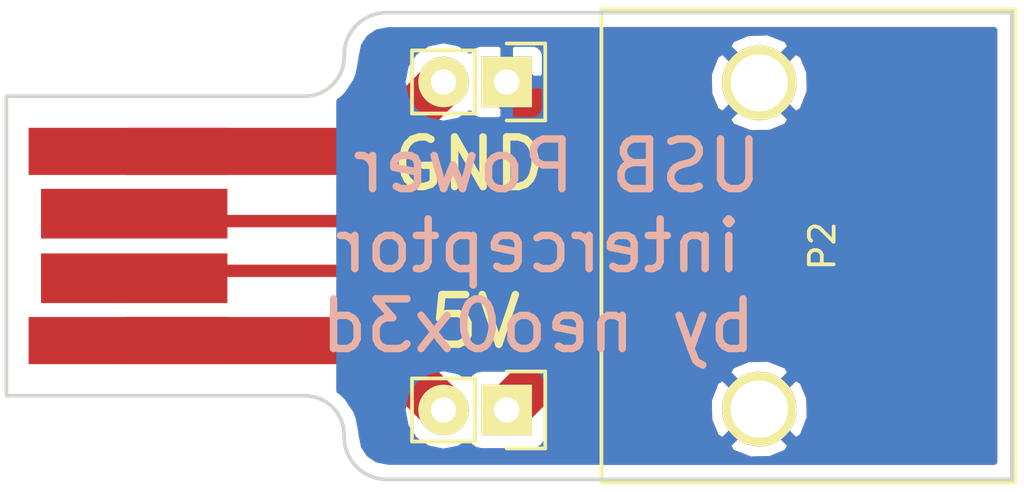
<source format=kicad_pcb>
(kicad_pcb (version 4) (host pcbnew 4.0.2-2.fc24-product)

  (general
    (links 8)
    (no_connects 0)
    (area 159.754 93.181951 201.168001 120.178048)
    (thickness 1.6)
    (drawings 15)
    (tracks 13)
    (zones 0)
    (modules 4)
    (nets 7)
  )

  (page A4)
  (layers
    (0 F.Cu signal)
    (31 B.Cu signal)
    (32 B.Adhes user)
    (33 F.Adhes user)
    (34 B.Paste user)
    (35 F.Paste user)
    (36 B.SilkS user)
    (37 F.SilkS user)
    (38 B.Mask user)
    (39 F.Mask user)
    (40 Dwgs.User user)
    (41 Cmts.User user)
    (42 Eco1.User user)
    (43 Eco2.User user)
    (44 Edge.Cuts user)
    (45 Margin user)
    (46 B.CrtYd user)
    (47 F.CrtYd user)
    (48 B.Fab user)
    (49 F.Fab user)
  )

  (setup
    (last_trace_width 0.25)
    (user_trace_width 0.3)
    (user_trace_width 0.4)
    (user_trace_width 0.5)
    (user_trace_width 1.9)
    (trace_clearance 0.2)
    (zone_clearance 0.508)
    (zone_45_only no)
    (trace_min 0.2)
    (segment_width 0.2)
    (edge_width 0.15)
    (via_size 0.6)
    (via_drill 0.4)
    (via_min_size 0.4)
    (via_min_drill 0.3)
    (uvia_size 0.3)
    (uvia_drill 0.1)
    (uvias_allowed no)
    (uvia_min_size 0.2)
    (uvia_min_drill 0.1)
    (pcb_text_width 0.3)
    (pcb_text_size 1.5 1.5)
    (mod_edge_width 0.15)
    (mod_text_size 1 1)
    (mod_text_width 0.15)
    (pad_size 3 3)
    (pad_drill 2.3)
    (pad_to_mask_clearance 0.2)
    (aux_axis_origin 0 0)
    (visible_elements FFFFFF7F)
    (pcbplotparams
      (layerselection 0x00010_00000000)
      (usegerberextensions false)
      (excludeedgelayer true)
      (linewidth 0.100000)
      (plotframeref false)
      (viasonmask false)
      (mode 1)
      (useauxorigin false)
      (hpglpennumber 1)
      (hpglpenspeed 20)
      (hpglpendiameter 15)
      (hpglpenoverlay 2)
      (psnegative false)
      (psa4output false)
      (plotreference true)
      (plotvalue true)
      (plotinvisibletext false)
      (padsonsilk false)
      (subtractmaskfromsilk false)
      (outputformat 1)
      (mirror false)
      (drillshape 0)
      (scaleselection 1)
      (outputdirectory gerber/))
  )

  (net 0 "")
  (net 1 "Net-(JP1-Pad1)")
  (net 2 "Net-(JP1-Pad2)")
  (net 3 "Net-(JP2-Pad1)")
  (net 4 "Net-(JP2-Pad2)")
  (net 5 "Net-(P1-Pad3)")
  (net 6 "Net-(P1-Pad2)")

  (net_class Default "This is the default net class."
    (clearance 0.2)
    (trace_width 0.25)
    (via_dia 0.6)
    (via_drill 0.4)
    (uvia_dia 0.3)
    (uvia_drill 0.1)
    (add_net "Net-(JP1-Pad1)")
    (add_net "Net-(JP1-Pad2)")
    (add_net "Net-(JP2-Pad1)")
    (add_net "Net-(JP2-Pad2)")
    (add_net "Net-(P1-Pad2)")
    (add_net "Net-(P1-Pad3)")
  )

  (module Pin_Headers:Pin_Header_Straight_1x02 (layer F.Cu) (tedit 569EA5D8) (tstamp 569EA2B0)
    (at 180.34 100.076 270)
    (descr "Through hole pin header")
    (tags "pin header")
    (path /569EA028)
    (fp_text reference GND (at 3.302 1.524 360) (layer F.SilkS)
      (effects (font (size 2 2) (thickness 0.3)))
    )
    (fp_text value Jumper_NO_Small (at 0 -3.1 270) (layer F.Fab) hide
      (effects (font (size 1 1) (thickness 0.15)))
    )
    (fp_line (start 1.27 1.27) (end 1.27 3.81) (layer F.SilkS) (width 0.15))
    (fp_line (start 1.55 -1.55) (end 1.55 0) (layer F.SilkS) (width 0.15))
    (fp_line (start -1.75 -1.75) (end -1.75 4.3) (layer F.CrtYd) (width 0.05))
    (fp_line (start 1.75 -1.75) (end 1.75 4.3) (layer F.CrtYd) (width 0.05))
    (fp_line (start -1.75 -1.75) (end 1.75 -1.75) (layer F.CrtYd) (width 0.05))
    (fp_line (start -1.75 4.3) (end 1.75 4.3) (layer F.CrtYd) (width 0.05))
    (fp_line (start 1.27 1.27) (end -1.27 1.27) (layer F.SilkS) (width 0.15))
    (fp_line (start -1.55 0) (end -1.55 -1.55) (layer F.SilkS) (width 0.15))
    (fp_line (start -1.55 -1.55) (end 1.55 -1.55) (layer F.SilkS) (width 0.15))
    (fp_line (start -1.27 1.27) (end -1.27 3.81) (layer F.SilkS) (width 0.15))
    (fp_line (start -1.27 3.81) (end 1.27 3.81) (layer F.SilkS) (width 0.15))
    (pad 1 thru_hole rect (at 0 0 270) (size 2.032 2.032) (drill 1.016) (layers *.Cu *.Mask F.SilkS)
      (net 1 "Net-(JP1-Pad1)"))
    (pad 2 thru_hole oval (at 0 2.54 270) (size 2.032 2.032) (drill 1.016) (layers *.Cu *.Mask F.SilkS)
      (net 2 "Net-(JP1-Pad2)"))
    (model Pin_Headers.3dshapes/Pin_Header_Straight_1x02.wrl
      (at (xyz 0 -0.05 0))
      (scale (xyz 1 1 1))
      (rotate (xyz 0 0 90))
    )
  )

  (module Pin_Headers:Pin_Header_Straight_1x02 (layer F.Cu) (tedit 569EA5E1) (tstamp 569EA2C1)
    (at 180.34 113.284 270)
    (descr "Through hole pin header")
    (tags "pin header")
    (path /569EA0D6)
    (fp_text reference 5V (at -3.556 1.27 360) (layer F.SilkS)
      (effects (font (size 2 2) (thickness 0.3)))
    )
    (fp_text value Jumper_NO_Small (at 0 -3.1 270) (layer F.Fab) hide
      (effects (font (size 1 1) (thickness 0.15)))
    )
    (fp_line (start 1.27 1.27) (end 1.27 3.81) (layer F.SilkS) (width 0.15))
    (fp_line (start 1.55 -1.55) (end 1.55 0) (layer F.SilkS) (width 0.15))
    (fp_line (start -1.75 -1.75) (end -1.75 4.3) (layer F.CrtYd) (width 0.05))
    (fp_line (start 1.75 -1.75) (end 1.75 4.3) (layer F.CrtYd) (width 0.05))
    (fp_line (start -1.75 -1.75) (end 1.75 -1.75) (layer F.CrtYd) (width 0.05))
    (fp_line (start -1.75 4.3) (end 1.75 4.3) (layer F.CrtYd) (width 0.05))
    (fp_line (start 1.27 1.27) (end -1.27 1.27) (layer F.SilkS) (width 0.15))
    (fp_line (start -1.55 0) (end -1.55 -1.55) (layer F.SilkS) (width 0.15))
    (fp_line (start -1.55 -1.55) (end 1.55 -1.55) (layer F.SilkS) (width 0.15))
    (fp_line (start -1.27 1.27) (end -1.27 3.81) (layer F.SilkS) (width 0.15))
    (fp_line (start -1.27 3.81) (end 1.27 3.81) (layer F.SilkS) (width 0.15))
    (pad 1 thru_hole rect (at 0 0 270) (size 2.032 2.032) (drill 1.016) (layers *.Cu *.Mask F.SilkS)
      (net 3 "Net-(JP2-Pad1)"))
    (pad 2 thru_hole oval (at 0 2.54 270) (size 2.032 2.032) (drill 1.016) (layers *.Cu *.Mask F.SilkS)
      (net 4 "Net-(JP2-Pad2)"))
    (model Pin_Headers.3dshapes/Pin_Header_Straight_1x02.wrl
      (at (xyz 0 -0.05 0))
      (scale (xyz 1 1 1))
      (rotate (xyz 0 0 90))
    )
  )

  (module lib:usb_pcb_in (layer F.Cu) (tedit 568C5812) (tstamp 569EA2CC)
    (at 160.204 106.68 270)
    (path /569E9EC2)
    (attr virtual)
    (fp_text reference P1 (at 0.13 -7.85 270) (layer F.SilkS) hide
      (effects (font (size 1.5 1.5) (thickness 0.15)))
    )
    (fp_text value USB_A (at 0.29 -10.13 270) (layer F.SilkS) hide
      (effects (font (size 1.5 1.5) (thickness 0.15)))
    )
    (fp_line (start 6.03 0) (end 6.03 -12) (layer Dwgs.User) (width 0.15))
    (fp_line (start 6.03 0) (end -6.03 0) (layer Dwgs.User) (width 0.15))
    (fp_line (start -6.03 0) (end -6.03 -12) (layer Dwgs.User) (width 0.15))
    (pad 1 connect rect (at 3.81 -4.9 270) (size 1.9 8) (layers F.Cu F.Mask)
      (net 4 "Net-(JP2-Pad2)"))
    (pad 4 connect rect (at -3.81 -4.9 270) (size 1.9 8) (layers F.Cu F.Mask)
      (net 2 "Net-(JP1-Pad2)"))
    (pad 3 connect rect (at -1.3 -5.15 270) (size 2 7.5) (layers F.Cu F.Mask)
      (net 5 "Net-(P1-Pad3)"))
    (pad 2 connect rect (at 1.3 -5.15 270) (size 2 7.5) (layers F.Cu F.Mask)
      (net 6 "Net-(P1-Pad2)"))
  )

  (module lib:usb_smd_tht_combo (layer F.Cu) (tedit 569EA583) (tstamp 569EA2DA)
    (at 190.5 106.68 90)
    (path /569E9F45)
    (fp_text reference P2 (at 0 2.54 90) (layer F.SilkS)
      (effects (font (size 1 1) (thickness 0.15)))
    )
    (fp_text value USB_A (at 0 6.985 90) (layer F.Fab) hide
      (effects (font (size 1 1) (thickness 0.15)))
    )
    (fp_line (start -9.525 -6.35) (end -9.525 10.28) (layer F.SilkS) (width 0.15))
    (fp_line (start 9.525 -6.35) (end -9.525 -6.35) (layer F.SilkS) (width 0.15))
    (fp_line (start 9.525 10.28) (end 9.525 -6.35) (layer F.SilkS) (width 0.15))
    (fp_line (start -9.525 10.28) (end 9.525 10.28) (layer F.SilkS) (width 0.15))
    (pad 5 thru_hole circle (at -6.57 0 90) (size 3 3) (drill 2.3) (layers *.Cu *.Mask F.SilkS)
      (net 1 "Net-(JP1-Pad1)"))
    (pad 6 thru_hole circle (at 6.57 0 90) (size 3 3) (drill 2.3) (layers *.Cu *.Mask F.SilkS)
      (net 1 "Net-(JP1-Pad1)"))
    (pad 1 smd rect (at -3.5 -3.58 90) (size 1.12 2.88) (layers F.Cu F.Paste F.Mask)
      (net 3 "Net-(JP2-Pad1)"))
    (pad 2 smd rect (at -1 -3.58 90) (size 1.12 2.88) (layers F.Cu F.Paste F.Mask)
      (net 6 "Net-(P1-Pad2)"))
    (pad 3 smd rect (at 1 -3.58 90) (size 1.12 2.88) (layers F.Cu F.Paste F.Mask)
      (net 5 "Net-(P1-Pad3)"))
    (pad 4 smd rect (at 3.5 -3.58 90) (size 1.12 2.88) (layers F.Cu F.Paste F.Mask)
      (net 1 "Net-(JP1-Pad1)"))
  )

  (gr_text "USB Power \ninterceptor\nby neo0x3d" (at 181.61 106.68) (layer B.SilkS)
    (effects (font (size 2 2) (thickness 0.3)) (justify mirror))
  )
  (gr_line (start 173.7995 114.3635) (end 173.7995 114.3) (layer Edge.Cuts) (width 0.15))
  (gr_line (start 175.514 116.078) (end 184.15 116.078) (layer Edge.Cuts) (width 0.15) (tstamp 569EA4FF))
  (gr_line (start 173.7995 99.06) (end 173.7995 98.9965) (layer Edge.Cuts) (width 0.15))
  (gr_arc (start 175.514 114.3635) (end 175.514 116.078) (angle 90) (layer Edge.Cuts) (width 0.15) (tstamp 569EA4F7))
  (gr_arc (start 175.514 98.9965) (end 173.7995 98.9965) (angle 90) (layer Edge.Cuts) (width 0.15))
  (gr_line (start 184.15 97.282) (end 175.514 97.282) (layer Edge.Cuts) (width 0.15))
  (gr_arc (start 172.212 114.3) (end 172.212 112.7125) (angle 90) (layer Edge.Cuts) (width 0.15) (tstamp 569EA4F0))
  (gr_arc (start 172.212 99.06) (end 173.7995 99.06) (angle 90) (layer Edge.Cuts) (width 0.15))
  (gr_line (start 160.2105 112.7125) (end 172.212 112.7125) (layer Edge.Cuts) (width 0.15))
  (gr_line (start 160.2105 100.6475) (end 160.2105 112.7125) (layer Edge.Cuts) (width 0.15))
  (gr_line (start 172.212 100.6475) (end 160.2105 100.6475) (layer Edge.Cuts) (width 0.15))
  (gr_line (start 200.66 116.078) (end 184.15 116.078) (layer Edge.Cuts) (width 0.15))
  (gr_line (start 200.66 97.282) (end 200.66 116.078) (layer Edge.Cuts) (width 0.15))
  (gr_line (start 184.15 97.282) (end 200.66 97.282) (layer Edge.Cuts) (width 0.15))

  (segment (start 184.15 97.282) (end 200.66 97.282) (width 0.25) (layer Dwgs.User) (net 0))
  (segment (start 186.92 103.18) (end 183.444 103.18) (width 1.9) (layer F.Cu) (net 1))
  (segment (start 183.444 103.18) (end 180.34 100.076) (width 1.9) (layer F.Cu) (net 1))
  (segment (start 165.104 102.87) (end 175.006 102.87) (width 1.9) (layer F.Cu) (net 2))
  (segment (start 175.006 102.87) (end 177.8 100.076) (width 1.9) (layer F.Cu) (net 2))
  (segment (start 186.92 110.18) (end 183.444 110.18) (width 1.9) (layer F.Cu) (net 3))
  (segment (start 183.444 110.18) (end 180.34 113.284) (width 1.9) (layer F.Cu) (net 3))
  (segment (start 165.104 110.49) (end 175.006 110.49) (width 1.9) (layer F.Cu) (net 4))
  (segment (start 175.006 110.49) (end 177.8 113.284) (width 1.9) (layer F.Cu) (net 4))
  (segment (start 186.92 105.68) (end 165.654 105.68) (width 0.5) (layer F.Cu) (net 5))
  (segment (start 165.654 105.68) (end 165.354 105.38) (width 0.5) (layer F.Cu) (net 5))
  (segment (start 186.92 107.68) (end 165.654 107.68) (width 0.5) (layer F.Cu) (net 6))
  (segment (start 165.654 107.68) (end 165.354 107.98) (width 0.5) (layer F.Cu) (net 6))

  (zone (net 1) (net_name "Net-(JP1-Pad1)") (layer B.Cu) (tstamp 0) (hatch edge 0.508)
    (connect_pads (clearance 0.508))
    (min_thickness 0.254)
    (fill yes (arc_segments 16) (thermal_gap 0.4) (thermal_bridge_width 0.508))
    (polygon
      (pts
        (xy 173.482 97.028) (xy 173.482 116.332) (xy 200.914 116.332) (xy 200.914 97.028)
      )
    )
    (filled_polygon
      (pts
        (xy 199.95 115.368) (xy 175.583926 115.368) (xy 175.134918 115.278686) (xy 174.813547 115.063953) (xy 174.598814 114.742582)
        (xy 174.495858 114.224989) (xy 174.495858 114.161486) (xy 174.375017 113.553976) (xy 174.276436 113.315982) (xy 174.269002 113.298035)
        (xy 174.238012 113.251655) (xy 176.149 113.251655) (xy 176.149 113.316345) (xy 176.274675 113.948155) (xy 176.632567 114.483778)
        (xy 177.16819 114.84167) (xy 177.8 114.967345) (xy 178.43181 114.84167) (xy 178.771792 114.614501) (xy 178.85991 114.751441)
        (xy 179.07211 114.896431) (xy 179.324 114.94744) (xy 181.356 114.94744) (xy 181.591317 114.903162) (xy 181.807441 114.76409)
        (xy 181.847762 114.705077) (xy 189.224529 114.705077) (xy 189.390259 114.993493) (xy 190.141939 115.285457) (xy 190.94813 115.267541)
        (xy 191.609741 114.993493) (xy 191.775471 114.705077) (xy 190.5 113.429605) (xy 189.224529 114.705077) (xy 181.847762 114.705077)
        (xy 181.952431 114.55189) (xy 182.00344 114.3) (xy 182.00344 112.891939) (xy 188.464543 112.891939) (xy 188.482459 113.69813)
        (xy 188.756507 114.359741) (xy 189.044923 114.525471) (xy 190.320395 113.25) (xy 190.679605 113.25) (xy 191.955077 114.525471)
        (xy 192.243493 114.359741) (xy 192.535457 113.608061) (xy 192.517541 112.80187) (xy 192.243493 112.140259) (xy 191.955077 111.974529)
        (xy 190.679605 113.25) (xy 190.320395 113.25) (xy 189.044923 111.974529) (xy 188.756507 112.140259) (xy 188.464543 112.891939)
        (xy 182.00344 112.891939) (xy 182.00344 112.268) (xy 181.959162 112.032683) (xy 181.82009 111.816559) (xy 181.788425 111.794923)
        (xy 189.224529 111.794923) (xy 190.5 113.070395) (xy 191.775471 111.794923) (xy 191.609741 111.506507) (xy 190.858061 111.214543)
        (xy 190.05187 111.232459) (xy 189.390259 111.506507) (xy 189.224529 111.794923) (xy 181.788425 111.794923) (xy 181.60789 111.671569)
        (xy 181.356 111.62056) (xy 179.324 111.62056) (xy 179.088683 111.664838) (xy 178.872559 111.80391) (xy 178.770802 111.952837)
        (xy 178.43181 111.72633) (xy 177.8 111.600655) (xy 177.16819 111.72633) (xy 176.632567 112.084222) (xy 176.274675 112.619845)
        (xy 176.149 113.251655) (xy 174.238012 113.251655) (xy 173.924875 112.783013) (xy 173.728987 112.587125) (xy 173.609 112.506952)
        (xy 173.609 100.853048) (xy 173.728987 100.772875) (xy 173.924875 100.576987) (xy 174.269002 100.061965) (xy 174.276586 100.043655)
        (xy 176.149 100.043655) (xy 176.149 100.108345) (xy 176.274675 100.740155) (xy 176.632567 101.275778) (xy 177.16819 101.63367)
        (xy 177.8 101.759345) (xy 178.43181 101.63367) (xy 178.859559 101.347857) (xy 178.877231 101.390522) (xy 179.025479 101.538769)
        (xy 179.219173 101.619) (xy 180.08125 101.619) (xy 180.213 101.48725) (xy 180.213 100.203) (xy 180.467 100.203)
        (xy 180.467 101.48725) (xy 180.59875 101.619) (xy 181.460827 101.619) (xy 181.591008 101.565077) (xy 189.224529 101.565077)
        (xy 189.390259 101.853493) (xy 190.141939 102.145457) (xy 190.94813 102.127541) (xy 191.609741 101.853493) (xy 191.775471 101.565077)
        (xy 190.5 100.289605) (xy 189.224529 101.565077) (xy 181.591008 101.565077) (xy 181.654521 101.538769) (xy 181.802769 101.390522)
        (xy 181.883 101.196827) (xy 181.883 100.33475) (xy 181.75125 100.203) (xy 180.467 100.203) (xy 180.213 100.203)
        (xy 180.193 100.203) (xy 180.193 99.949) (xy 180.213 99.949) (xy 180.213 98.66475) (xy 180.467 98.66475)
        (xy 180.467 99.949) (xy 181.75125 99.949) (xy 181.883 99.81725) (xy 181.883 99.751939) (xy 188.464543 99.751939)
        (xy 188.482459 100.55813) (xy 188.756507 101.219741) (xy 189.044923 101.385471) (xy 190.320395 100.11) (xy 190.679605 100.11)
        (xy 191.955077 101.385471) (xy 192.243493 101.219741) (xy 192.535457 100.468061) (xy 192.517541 99.66187) (xy 192.243493 99.000259)
        (xy 191.955077 98.834529) (xy 190.679605 100.11) (xy 190.320395 100.11) (xy 189.044923 98.834529) (xy 188.756507 99.000259)
        (xy 188.464543 99.751939) (xy 181.883 99.751939) (xy 181.883 98.955173) (xy 181.802769 98.761478) (xy 181.696214 98.654923)
        (xy 189.224529 98.654923) (xy 190.5 99.930395) (xy 191.775471 98.654923) (xy 191.609741 98.366507) (xy 190.858061 98.074543)
        (xy 190.05187 98.092459) (xy 189.390259 98.366507) (xy 189.224529 98.654923) (xy 181.696214 98.654923) (xy 181.654521 98.613231)
        (xy 181.460827 98.533) (xy 180.59875 98.533) (xy 180.467 98.66475) (xy 180.213 98.66475) (xy 180.08125 98.533)
        (xy 179.219173 98.533) (xy 179.025479 98.613231) (xy 178.877231 98.761478) (xy 178.859559 98.804143) (xy 178.43181 98.51833)
        (xy 177.8 98.392655) (xy 177.16819 98.51833) (xy 176.632567 98.876222) (xy 176.274675 99.411845) (xy 176.149 100.043655)
        (xy 174.276586 100.043655) (xy 174.320557 99.9375) (xy 174.375017 99.806024) (xy 174.495858 99.198514) (xy 174.495858 99.135011)
        (xy 174.598814 98.617418) (xy 174.813547 98.296047) (xy 175.134918 98.081314) (xy 175.583926 97.992) (xy 199.95 97.992)
      )
    )
  )
  (zone (net 1) (net_name "Net-(JP1-Pad1)") (layer F.Cu) (tstamp 0) (hatch edge 0.508)
    (connect_pads thru_hole_only (clearance 0.508))
    (min_thickness 0.254)
    (fill yes (arc_segments 16) (thermal_gap 0.4) (thermal_bridge_width 0.508))
    (polygon
      (pts
        (xy 184.15 96.774) (xy 201.168 96.774) (xy 201.168 116.586) (xy 184.15 116.586)
      )
    )
    (filled_polygon
      (pts
        (xy 199.95 115.368) (xy 184.277 115.368) (xy 184.277 114.705077) (xy 189.224529 114.705077) (xy 189.390259 114.993493)
        (xy 190.141939 115.285457) (xy 190.94813 115.267541) (xy 191.609741 114.993493) (xy 191.775471 114.705077) (xy 190.5 113.429605)
        (xy 189.224529 114.705077) (xy 184.277 114.705077) (xy 184.277 112.891939) (xy 188.464543 112.891939) (xy 188.482459 113.69813)
        (xy 188.756507 114.359741) (xy 189.044923 114.525471) (xy 190.320395 113.25) (xy 190.679605 113.25) (xy 191.955077 114.525471)
        (xy 192.243493 114.359741) (xy 192.535457 113.608061) (xy 192.517541 112.80187) (xy 192.243493 112.140259) (xy 191.955077 111.974529)
        (xy 190.679605 113.25) (xy 190.320395 113.25) (xy 189.044923 111.974529) (xy 188.756507 112.140259) (xy 188.464543 112.891939)
        (xy 184.277 112.891939) (xy 184.277 111.794923) (xy 189.224529 111.794923) (xy 190.5 113.070395) (xy 191.775471 111.794923)
        (xy 191.609741 111.506507) (xy 190.858061 111.214543) (xy 190.05187 111.232459) (xy 189.390259 111.506507) (xy 189.224529 111.794923)
        (xy 184.277 111.794923) (xy 184.277 111.765) (xy 186.92 111.765) (xy 187.526553 111.644349) (xy 187.911044 111.38744)
        (xy 188.36 111.38744) (xy 188.595317 111.343162) (xy 188.811441 111.20409) (xy 188.956431 110.99189) (xy 189.00744 110.74)
        (xy 189.00744 109.62) (xy 188.963162 109.384683) (xy 188.82409 109.168559) (xy 188.61189 109.023569) (xy 188.36 108.97256)
        (xy 187.911044 108.97256) (xy 187.783653 108.88744) (xy 188.36 108.88744) (xy 188.595317 108.843162) (xy 188.811441 108.70409)
        (xy 188.956431 108.49189) (xy 189.00744 108.24) (xy 189.00744 107.12) (xy 188.963162 106.884683) (xy 188.82973 106.677323)
        (xy 188.956431 106.49189) (xy 189.00744 106.24) (xy 189.00744 105.12) (xy 188.963162 104.884683) (xy 188.82409 104.668559)
        (xy 188.61189 104.523569) (xy 188.36 104.47256) (xy 185.48 104.47256) (xy 185.244683 104.516838) (xy 185.028559 104.65591)
        (xy 184.933523 104.795) (xy 184.277 104.795) (xy 184.277 101.565077) (xy 189.224529 101.565077) (xy 189.390259 101.853493)
        (xy 190.141939 102.145457) (xy 190.94813 102.127541) (xy 191.609741 101.853493) (xy 191.775471 101.565077) (xy 190.5 100.289605)
        (xy 189.224529 101.565077) (xy 184.277 101.565077) (xy 184.277 99.751939) (xy 188.464543 99.751939) (xy 188.482459 100.55813)
        (xy 188.756507 101.219741) (xy 189.044923 101.385471) (xy 190.320395 100.11) (xy 190.679605 100.11) (xy 191.955077 101.385471)
        (xy 192.243493 101.219741) (xy 192.535457 100.468061) (xy 192.517541 99.66187) (xy 192.243493 99.000259) (xy 191.955077 98.834529)
        (xy 190.679605 100.11) (xy 190.320395 100.11) (xy 189.044923 98.834529) (xy 188.756507 99.000259) (xy 188.464543 99.751939)
        (xy 184.277 99.751939) (xy 184.277 98.654923) (xy 189.224529 98.654923) (xy 190.5 99.930395) (xy 191.775471 98.654923)
        (xy 191.609741 98.366507) (xy 190.858061 98.074543) (xy 190.05187 98.092459) (xy 189.390259 98.366507) (xy 189.224529 98.654923)
        (xy 184.277 98.654923) (xy 184.277 97.992) (xy 199.95 97.992)
      )
    )
  )
)

</source>
